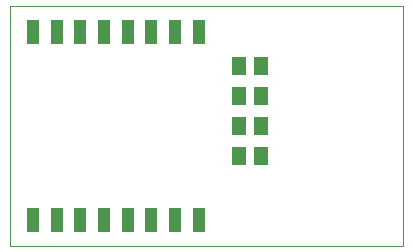
<source format=gtp>
G75*
%MOIN*%
%OFA0B0*%
%FSLAX25Y25*%
%IPPOS*%
%LPD*%
%AMOC8*
5,1,8,0,0,1.08239X$1,22.5*
%
%ADD10C,0.00000*%
%ADD11R,0.03937X0.07874*%
%ADD12R,0.05118X0.06299*%
D10*
X0036368Y0001000D02*
X0036368Y0080961D01*
X0167569Y0080961D01*
X0167569Y0001000D01*
X0036368Y0001000D01*
D11*
X0044163Y0009504D03*
X0052037Y0009504D03*
X0059911Y0009504D03*
X0067785Y0009504D03*
X0075659Y0009504D03*
X0083533Y0009504D03*
X0091407Y0009504D03*
X0099281Y0009504D03*
X0099281Y0072496D03*
X0091407Y0072496D03*
X0083533Y0072496D03*
X0075659Y0072496D03*
X0067785Y0072496D03*
X0059911Y0072496D03*
X0052037Y0072496D03*
X0044163Y0072496D03*
D12*
X0112628Y0061000D03*
X0120108Y0061000D03*
X0120108Y0051000D03*
X0112628Y0051000D03*
X0112628Y0041000D03*
X0120108Y0041000D03*
X0120108Y0031000D03*
X0112628Y0031000D03*
M02*

</source>
